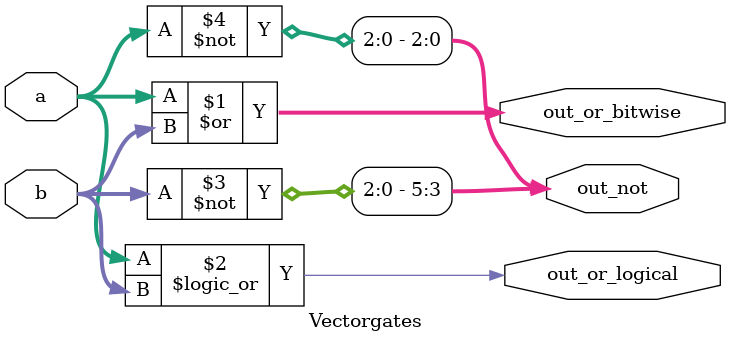
<source format=v>
`timescale 1ns / 1ps
module Vectorgates(
    input [2:0] a,
    input [2:0] b,
    output [2:0] out_or_bitwise,
    output out_or_logical,
    output [5:0] out_not
);
    
    assign out_or_bitwise = a | b;
    assign out_or_logical = a || b;
    assign out_not[5:3] = ~b;
    assign out_not[2:0] = ~a;

endmodule

</source>
